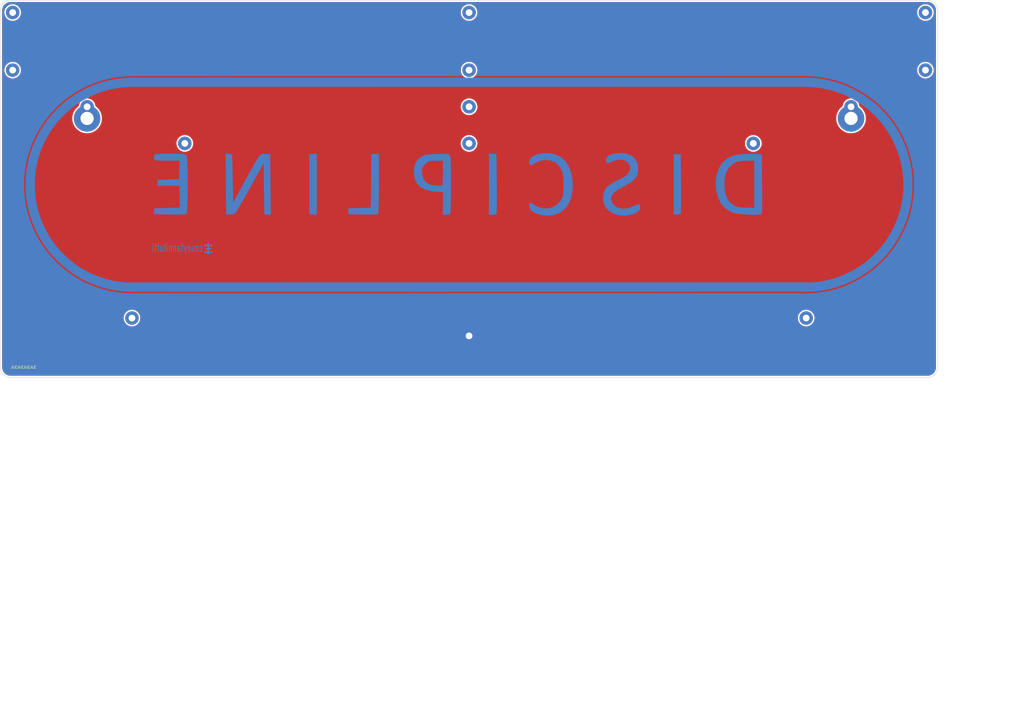
<source format=kicad_pcb>
(kicad_pcb (version 20171130) (host pcbnew 5.1.10-88a1d61d58~90~ubuntu21.04.1)

  (general
    (thickness 1.6)
    (drawings 14)
    (tracks 0)
    (zones 0)
    (modules 20)
    (nets 2)
  )

  (page A3)
  (layers
    (0 F.Cu signal)
    (31 B.Cu signal)
    (32 B.Adhes user)
    (33 F.Adhes user)
    (34 B.Paste user)
    (35 F.Paste user)
    (36 B.SilkS user)
    (37 F.SilkS user)
    (38 B.Mask user)
    (39 F.Mask user)
    (40 Dwgs.User user)
    (41 Cmts.User user)
    (42 Eco1.User user)
    (43 Eco2.User user)
    (44 Edge.Cuts user)
    (45 Margin user)
    (46 B.CrtYd user)
    (47 F.CrtYd user)
    (48 B.Fab user hide)
    (49 F.Fab user hide)
  )

  (setup
    (last_trace_width 0.25)
    (trace_clearance 0.2)
    (zone_clearance 0.508)
    (zone_45_only no)
    (trace_min 0.2)
    (via_size 0.8)
    (via_drill 0.4)
    (via_min_size 0.4)
    (via_min_drill 0.3)
    (uvia_size 0.3)
    (uvia_drill 0.1)
    (uvias_allowed no)
    (uvia_min_size 0.2)
    (uvia_min_drill 0.1)
    (edge_width 0.15)
    (segment_width 0.2)
    (pcb_text_width 0.3)
    (pcb_text_size 1.5 1.5)
    (mod_edge_width 0.15)
    (mod_text_size 1 1)
    (mod_text_width 0.15)
    (pad_size 1.8 1.8)
    (pad_drill 0.9)
    (pad_to_mask_clearance 0.051)
    (solder_mask_min_width 0.25)
    (aux_axis_origin 0 0)
    (visible_elements 7FFFF7FF)
    (pcbplotparams
      (layerselection 0x010fc_ffffffff)
      (usegerberextensions false)
      (usegerberattributes true)
      (usegerberadvancedattributes false)
      (creategerberjobfile false)
      (excludeedgelayer false)
      (linewidth 0.150000)
      (plotframeref false)
      (viasonmask false)
      (mode 1)
      (useauxorigin true)
      (hpglpennumber 1)
      (hpglpenspeed 20)
      (hpglpendiameter 15.000000)
      (psnegative false)
      (psa4output false)
      (plotreference true)
      (plotvalue true)
      (plotinvisibletext false)
      (padsonsilk false)
      (subtractmaskfromsilk false)
      (outputformat 1)
      (mirror false)
      (drillshape 0)
      (scaleselection 1)
      (outputdirectory "../gerber/bottom"))
  )

  (net 0 "")
  (net 1 GND)

  (net_class Default "This is the default net class."
    (clearance 0.2)
    (trace_width 0.25)
    (via_dia 0.8)
    (via_drill 0.4)
    (uvia_dia 0.3)
    (uvia_drill 0.1)
    (add_net GND)
  )

  (module MountingHole:MountingHole_2.2mm_M2_Pad (layer F.Cu) (tedit 5CFB748D) (tstamp 60AF554A)
    (at 212.992504 87.62716)
    (descr "Mounting Hole 2.2mm, M2")
    (tags "mounting hole 2.2mm m2")
    (attr virtual)
    (fp_text reference REF** (at 0 -3.2) (layer Cmts.User)
      (effects (font (size 1 1) (thickness 0.15)))
    )
    (fp_text value MountingHole_2.2mm_M2_Pad (at 0 3.2) (layer F.Fab)
      (effects (font (size 1 1) (thickness 0.15)))
    )
    (fp_circle (center 0 0) (end 2.2 0) (layer Cmts.User) (width 0.15))
    (fp_circle (center 0 0) (end 2.45 0) (layer F.CrtYd) (width 0.05))
    (fp_text user %R (at 0.3 0) (layer F.Fab)
      (effects (font (size 1 1) (thickness 0.15)))
    )
    (pad 1 thru_hole circle (at 0 0) (size 4.4 4.4) (drill 2.2) (layers *.Cu *.Mask))
  )

  (module MountingHole:MountingHole_2.2mm_M2_Pad (layer F.Cu) (tedit 5CFB748D) (tstamp 60AF5526)
    (at 337.232504 87.62716)
    (descr "Mounting Hole 2.2mm, M2")
    (tags "mounting hole 2.2mm m2")
    (attr virtual)
    (fp_text reference REF** (at 0 -3.2) (layer Cmts.User)
      (effects (font (size 1 1) (thickness 0.15)))
    )
    (fp_text value MountingHole_2.2mm_M2_Pad (at 0 3.2) (layer F.Fab)
      (effects (font (size 1 1) (thickness 0.15)))
    )
    (fp_circle (center 0 0) (end 2.2 0) (layer Cmts.User) (width 0.15))
    (fp_circle (center 0 0) (end 2.45 0) (layer F.CrtYd) (width 0.05))
    (fp_text user %R (at 0.3 0) (layer F.Fab)
      (effects (font (size 1 1) (thickness 0.15)))
    )
    (pad 1 thru_hole circle (at 0 0) (size 4.4 4.4) (drill 2.2) (layers *.Cu *.Mask))
  )

  (module MountingHole:MountingHole_2.2mm_M2_Pad (layer F.Cu) (tedit 5CFB748D) (tstamp 60AF54CE)
    (at 88.752504 87.62716)
    (descr "Mounting Hole 2.2mm, M2")
    (tags "mounting hole 2.2mm m2")
    (attr virtual)
    (fp_text reference REF** (at 0 -3.2) (layer Cmts.User)
      (effects (font (size 1 1) (thickness 0.15)))
    )
    (fp_text value MountingHole_2.2mm_M2_Pad (at 0 3.2) (layer F.Fab)
      (effects (font (size 1 1) (thickness 0.15)))
    )
    (fp_circle (center 0 0) (end 2.45 0) (layer F.CrtYd) (width 0.05))
    (fp_circle (center 0 0) (end 2.2 0) (layer Cmts.User) (width 0.15))
    (fp_text user %R (at 0.3 0) (layer F.Fab)
      (effects (font (size 1 1) (thickness 0.15)))
    )
    (pad 1 thru_hole circle (at 0 0) (size 4.4 4.4) (drill 2.2) (layers *.Cu *.Mask))
  )

  (module MountingHole:MountingHole_2.2mm_M2_Pad (layer F.Cu) (tedit 5CFB748D) (tstamp 60AF5475)
    (at 212.992504 75.69716)
    (descr "Mounting Hole 2.2mm, M2")
    (tags "mounting hole 2.2mm m2")
    (attr virtual)
    (fp_text reference REF** (at 0 -3.2) (layer Cmts.User)
      (effects (font (size 1 1) (thickness 0.15)))
    )
    (fp_text value MountingHole_2.2mm_M2_Pad (at 0 3.2) (layer F.Fab)
      (effects (font (size 1 1) (thickness 0.15)))
    )
    (fp_circle (center 0 0) (end 2.45 0) (layer F.CrtYd) (width 0.05))
    (fp_circle (center 0 0) (end 2.2 0) (layer Cmts.User) (width 0.15))
    (fp_text user %R (at 0.3 0) (layer F.Fab)
      (effects (font (size 1 1) (thickness 0.15)))
    )
    (pad 1 thru_hole circle (at 0 0) (size 4.4 4.4) (drill 2.2) (layers *.Cu *.Mask))
  )

  (module MountingHole:MountingHole_2.2mm_M2_Pad (layer F.Cu) (tedit 5CFB723C) (tstamp 60AF5450)
    (at 212.992504 56.94716)
    (descr "Mounting Hole 2.2mm, M2")
    (tags "mounting hole 2.2mm m2")
    (attr virtual)
    (fp_text reference REF** (at 0 -3.2) (layer Cmts.User)
      (effects (font (size 1 1) (thickness 0.15)))
    )
    (fp_text value MountingHole_2.2mm_M2_Pad (at 0 3.2) (layer F.Fab)
      (effects (font (size 1 1) (thickness 0.15)))
    )
    (fp_circle (center 0 0) (end 2.2 0) (layer Cmts.User) (width 0.15))
    (fp_circle (center 0 0) (end 2.45 0) (layer F.CrtYd) (width 0.05))
    (fp_text user %R (at 0.3 0) (layer F.Fab)
      (effects (font (size 1 1) (thickness 0.15)))
    )
    (pad 1 thru_hole circle (at 0 0) (size 4.4 4.4) (drill 2.2) (layers *.Cu *.Mask))
  )

  (module MountingHole:MountingHole_4.3mm_M4_Pad (layer F.Cu) (tedit 5D2BFD56) (tstamp 5D2C0033)
    (at 337.229903 91.409552)
    (descr "Mounting Hole 4.3mm, M4")
    (tags "mounting hole 4.3mm m4")
    (attr virtual)
    (fp_text reference REF** (at 0 -5.3) (layer Cmts.User)
      (effects (font (size 1 1) (thickness 0.15)))
    )
    (fp_text value MountingHole_4.3mm_M4_Pad (at 0 5.3) (layer F.Fab)
      (effects (font (size 1 1) (thickness 0.15)))
    )
    (fp_circle (center 0 0) (end 4.55 0) (layer F.CrtYd) (width 0.05))
    (fp_circle (center 0 0) (end 4.3 0) (layer Cmts.User) (width 0.15))
    (fp_text user %R (at 0.3 0) (layer F.Fab)
      (effects (font (size 1 1) (thickness 0.15)))
    )
    (pad 1 thru_hole circle (at 0 0) (size 8.6 8.6) (drill 4.3) (layers *.Cu *.Mask))
  )

  (module logos:DISCIPLINE_LARGE_COPPER (layer B.Cu) (tedit 5D1D5A92) (tstamp 5D1DEACF)
    (at 209.374879 112.669622 180)
    (fp_text reference G*** (at 0 0 180) (layer B.SilkS) hide
      (effects (font (size 1.524 1.524) (thickness 0.3)) (justify mirror))
    )
    (fp_text value LOGO (at 0.75 0 180) (layer B.SilkS) hide
      (effects (font (size 1.524 1.524) (thickness 0.3)) (justify mirror))
    )
    (fp_line (start -113.4 -33.61) (end 105.92 -33.64) (layer B.Cu) (width 3))
    (fp_line (start -112.95 33.04) (end 106.37 33.01) (layer B.Cu) (width 3))
    (fp_poly (pts (xy 95.57048 9.763321) (xy 96.92399 9.737821) (xy 97.82475 9.681068) (xy 98.372004 9.581402)
      (xy 98.664994 9.427162) (xy 98.802961 9.206687) (xy 98.817491 9.163824) (xy 98.881461 8.375376)
      (xy 98.804596 8.02408) (xy 98.631993 7.797398) (xy 98.248297 7.644102) (xy 97.5463 7.550723)
      (xy 96.418799 7.503794) (xy 94.758589 7.489843) (xy 94.551658 7.489743) (xy 90.503766 7.489743)
      (xy 90.597396 4.477564) (xy 90.691026 1.465384) (xy 97.692308 1.28053) (xy 97.692308 -0.651282)
      (xy 90.528205 -0.651282) (xy 90.528205 -7.795927) (xy 94.680129 -7.887066) (xy 98.832052 -7.978206)
      (xy 98.832052 -9.932052) (xy 93.776232 -10.02136) (xy 91.627205 -10.041561) (xy 90.064923 -10.012754)
      (xy 89.026434 -9.931369) (xy 88.448787 -9.793837) (xy 88.321745 -9.712001) (xy 88.198389 -9.26989)
      (xy 88.095928 -8.27967) (xy 88.014405 -6.844145) (xy 87.953861 -5.06612) (xy 87.914339 -3.048399)
      (xy 87.895881 -0.893786) (xy 87.898531 1.294915) (xy 87.922331 3.414899) (xy 87.967323 5.363362)
      (xy 88.03355 7.037501) (xy 88.121054 8.334509) (xy 88.229878 9.151585) (xy 88.313847 9.378461)
      (xy 88.775208 9.551893) (xy 89.781561 9.673147) (xy 91.367382 9.744743) (xy 93.567151 9.769197)
      (xy 93.664979 9.76923) (xy 95.57048 9.763321)) (layer B.Cu) (width 0.01))
    (fp_poly (pts (xy 75.472114 -0.06042) (xy 75.385898 -9.932052) (xy 74.246154 -10.027955) (xy 73.312991 -9.977909)
      (xy 72.593592 -9.726278) (xy 72.560498 -9.702314) (xy 72.264644 -9.315274) (xy 71.703081 -8.434047)
      (xy 70.921727 -7.136335) (xy 69.9665 -5.49984) (xy 68.883317 -3.602263) (xy 67.718098 -1.521307)
      (xy 67.600222 -1.308628) (xy 63.185859 6.663514) (xy 63.011539 -9.932052) (xy 61.948399 -10.034453)
      (xy 60.88526 -10.136853) (xy 60.971476 -0.265222) (xy 61.057693 9.60641) (xy 62.56799 9.704172)
      (xy 63.573307 9.70975) (xy 64.195474 9.504873) (xy 64.684657 9.013212) (xy 65.005327 8.514598)
      (xy 65.585188 7.531257) (xy 66.374073 6.151583) (xy 67.321816 4.463967) (xy 68.378253 2.556803)
      (xy 69.198718 1.059389) (xy 73.106411 -6.105712) (xy 73.269231 1.750349) (xy 73.432052 9.60641)
      (xy 74.495191 9.708811) (xy 75.558331 9.811212) (xy 75.472114 -0.06042)) (layer B.Cu) (width 0.01))
    (fp_poly (pts (xy 47.136539 9.707478) (xy 48.357693 9.60641) (xy 48.357693 -9.932052) (xy 47.136539 -10.033119)
      (xy 45.915385 -10.134187) (xy 45.915385 9.808545) (xy 47.136539 9.707478)) (layer B.Cu) (width 0.01))
    (fp_poly (pts (xy 26.946795 9.707478) (xy 28.167949 9.60641) (xy 28.341367 -7.794154) (xy 35.657693 -7.978206)
      (xy 35.657693 -9.932052) (xy 30.917108 -10.021809) (xy 29.221399 -10.038911) (xy 27.762152 -10.025277)
      (xy 26.660906 -9.984227) (xy 26.039202 -9.919083) (xy 25.951082 -9.886125) (xy 25.894372 -9.515486)
      (xy 25.842891 -8.575791) (xy 25.798501 -7.149257) (xy 25.763063 -5.318102) (xy 25.738438 -3.164543)
      (xy 25.726487 -0.770797) (xy 25.725641 0.073931) (xy 25.725641 9.808545) (xy 26.946795 9.707478)) (layer B.Cu) (width 0.01))
    (fp_poly (pts (xy 6.944089 9.710031) (xy 8.641153 9.627201) (xy 9.843539 9.5124) (xy 10.707845 9.336891)
      (xy 11.390665 9.071936) (xy 11.860979 8.807708) (xy 13.123628 7.810159) (xy 13.901734 6.610652)
      (xy 14.268526 5.06337) (xy 14.321631 3.907692) (xy 14.085145 1.79771) (xy 13.375522 0.117854)
      (xy 12.178851 -1.144894) (xy 10.481219 -2.003555) (xy 8.268715 -2.471146) (xy 7.43009 -2.541454)
      (xy 4.884616 -2.688809) (xy 4.884616 -10.094872) (xy 3.799146 -10.094872) (xy 2.994514 -10.035296)
      (xy 2.511287 -9.890598) (xy 2.496582 -9.877778) (xy 2.440903 -9.50844) (xy 2.390506 -8.571729)
      (xy 2.347296 -7.151546) (xy 2.313175 -5.331792) (xy 2.290048 -3.196366) (xy 2.279819 -0.82917)
      (xy 2.279488 -0.311241) (xy 2.283846 2.461686) (xy 2.29925 4.652927) (xy 2.32919 6.332035)
      (xy 2.374099 7.489743) (xy 4.884616 7.489743) (xy 4.884616 3.636324) (xy 4.90198 2.112993)
      (xy 4.949223 0.835474) (xy 5.01907 -0.059816) (xy 5.10171 -0.434188) (xy 5.620376 -0.603208)
      (xy 6.552352 -0.639189) (xy 7.674808 -0.548722) (xy 8.764915 -0.338397) (xy 8.816489 -0.324321)
      (xy 10.202246 0.315937) (xy 11.113681 1.362647) (xy 11.590687 2.868294) (xy 11.654398 3.40956)
      (xy 11.710023 4.474986) (xy 11.5919 5.16847) (xy 11.206606 5.76438) (xy 10.655628 6.342834)
      (xy 10.013494 6.944688) (xy 9.452181 7.287998) (xy 8.753635 7.445065) (xy 7.699805 7.488188)
      (xy 7.196667 7.489743) (xy 4.884616 7.489743) (xy 2.374099 7.489743) (xy 2.377157 7.568563)
      (xy 2.446644 8.432063) (xy 2.541142 8.992087) (xy 2.664142 9.318188) (xy 2.769221 9.444645)
      (xy 3.249271 9.634828) (xy 4.169178 9.734377) (xy 5.605744 9.748175) (xy 6.944089 9.710031)) (layer B.Cu) (width 0.01))
    (fp_poly (pts (xy -10.094871 -10.094872) (xy -11.244835 -10.094872) (xy -12.051626 -9.989629) (xy -12.52649 -9.731517)
      (xy -12.55252 -9.683857) (xy -12.589984 -9.263599) (xy -12.618358 -8.277845) (xy -12.637024 -6.812326)
      (xy -12.645361 -4.952773) (xy -12.64275 -2.784919) (xy -12.628572 -0.394493) (xy -12.62371 0.166784)
      (xy -12.537179 9.60641) (xy -11.316025 9.707478) (xy -10.094871 9.808545) (xy -10.094871 -10.094872)) (layer B.Cu) (width 0.01))
    (fp_poly (pts (xy -70.175641 -9.932052) (xy -71.236213 -10.034261) (xy -72.094006 -9.983787) (xy -72.462488 -9.704656)
      (xy -72.502002 -9.278899) (xy -72.532229 -8.287892) (xy -72.55248 -6.817611) (xy -72.562064 -4.954031)
      (xy -72.560293 -2.783128) (xy -72.546477 -0.390878) (xy -72.541659 0.166784) (xy -72.455128 9.60641)
      (xy -70.175641 9.60641) (xy -70.175641 -9.932052)) (layer B.Cu) (width 0.01))
    (fp_poly (pts (xy -92.987598 9.681897) (xy -90.861969 9.441491) (xy -89.100553 8.954512) (xy -87.575163 8.196458)
      (xy -87.50381 8.151647) (xy -85.991571 6.819221) (xy -84.855967 5.027672) (xy -84.12849 2.87019)
      (xy -83.840632 0.43996) (xy -84.02125 -2.153388) (xy -84.642848 -4.627669) (xy -85.654885 -6.605627)
      (xy -87.090678 -8.135578) (xy -88.9 -9.228317) (xy -89.809422 -9.515588) (xy -91.086813 -9.755219)
      (xy -92.594352 -9.940356) (xy -94.19422 -10.064147) (xy -95.748597 -10.119738) (xy -97.119664 -10.100276)
      (xy -98.1696 -9.998908) (xy -98.760587 -9.808781) (xy -98.83267 -9.722221) (xy -98.873917 -9.291818)
      (xy -98.905709 -8.296373) (xy -98.927299 -6.822069) (xy -98.937937 -4.955087) (xy -98.936875 -2.781611)
      (xy -98.923364 -0.387822) (xy -98.918582 0.166784) (xy -98.851455 7.489743) (xy -96.389743 7.489743)
      (xy -96.389743 -7.815385) (xy -93.853615 -7.815385) (xy -92.285565 -7.761405) (xy -91.113982 -7.569077)
      (xy -90.090689 -7.192817) (xy -89.864512 -7.082693) (xy -88.489147 -6.108109) (xy -87.520944 -4.745072)
      (xy -86.926214 -2.929012) (xy -86.690183 -0.99868) (xy -86.701965 1.309567) (xy -87.053419 3.165184)
      (xy -87.77556 4.689041) (xy -88.338743 5.425858) (xy -89.402825 6.427347) (xy -90.591955 7.063591)
      (xy -92.075169 7.396907) (xy -93.936976 7.489743) (xy -96.389743 7.489743) (xy -98.851455 7.489743)
      (xy -98.832051 9.60641) (xy -95.60563 9.700232) (xy -92.987598 9.681897)) (layer B.Cu) (width 0.01))
    (fp_poly (pts (xy -27.519953 9.956917) (xy -25.396835 9.416707) (xy -24.811152 9.1498) (xy -23.768591 8.476872)
      (xy -23.247232 7.716106) (xy -23.120512 6.831046) (xy -23.269853 6.199229) (xy -23.746219 6.061398)
      (xy -24.592129 6.415293) (xy -25.092401 6.726233) (xy -26.470611 7.411467) (xy -28.072978 7.714238)
      (xy -28.278807 7.728795) (xy -30.166391 7.600701) (xy -31.697242 6.938789) (xy -32.926043 5.711769)
      (xy -33.521897 4.728836) (xy -33.906744 3.907906) (xy -34.151866 3.130994) (xy -34.287644 2.213713)
      (xy -34.344456 0.971674) (xy -34.353507 -0.3186) (xy -34.333128 -1.955458) (xy -34.255766 -3.116845)
      (xy -34.09434 -3.977889) (xy -33.821767 -4.713713) (xy -33.60768 -5.141621) (xy -32.505667 -6.574091)
      (xy -31.046747 -7.542132) (xy -29.353052 -8.022547) (xy -27.546718 -7.992141) (xy -25.749876 -7.42772)
      (xy -24.732796 -6.827124) (xy -24.01845 -6.388099) (xy -23.500346 -6.18833) (xy -23.477294 -6.18718)
      (xy -23.1701 -6.44419) (xy -23.115976 -7.07058) (xy -23.284491 -7.849385) (xy -23.645215 -8.563644)
      (xy -23.842052 -8.787871) (xy -25.045705 -9.545905) (xy -26.673485 -10.071595) (xy -28.529171 -10.330935)
      (xy -30.416542 -10.289922) (xy -31.470536 -10.109873) (xy -33.340843 -9.345674) (xy -34.896142 -8.056094)
      (xy -36.103313 -6.302868) (xy -36.929236 -4.147735) (xy -37.34079 -1.65243) (xy -37.330999 0.814102)
      (xy -36.916021 3.332649) (xy -36.106964 5.54716) (xy -34.952299 7.352419) (xy -33.826757 8.420666)
      (xy -31.913072 9.444488) (xy -29.751418 9.961375) (xy -27.519953 9.956917)) (layer B.Cu) (width 0.01))
    (fp_poly (pts (xy -50.95736 9.815372) (xy -49.729807 9.474783) (xy -48.807294 9.03334) (xy -48.386112 8.586122)
      (xy -48.207906 7.744564) (xy -48.275562 7.00813) (xy -48.472349 6.705408) (xy -48.90782 6.735629)
      (xy -49.67271 7.015071) (xy -50.006587 7.174651) (xy -51.581829 7.73969) (xy -53.068843 7.84629)
      (xy -54.358847 7.532994) (xy -55.343055 6.838348) (xy -55.912683 5.800895) (xy -56.010256 5.047436)
      (xy -55.776965 3.922045) (xy -55.040141 2.932977) (xy -53.74436 2.022313) (xy -52.553264 1.434871)
      (xy -50.286945 0.278407) (xy -48.657955 -0.903281) (xy -47.826408 -1.851626) (xy -47.405505 -2.928694)
      (xy -47.228894 -4.334429) (xy -47.303491 -5.791015) (xy -47.636214 -7.020636) (xy -47.694714 -7.141485)
      (xy -48.785643 -8.57355) (xy -50.317636 -9.617074) (xy -52.18297 -10.234241) (xy -54.273927 -10.38723)
      (xy -56.173077 -10.118086) (xy -57.335977 -9.733832) (xy -58.354837 -9.220129) (xy -58.991176 -8.699046)
      (xy -59.017449 -8.662148) (xy -59.229994 -8.009039) (xy -59.223793 -7.249836) (xy -59.008306 -6.724204)
      (xy -58.962482 -6.688903) (xy -58.51698 -6.715984) (xy -57.735008 -6.999255) (xy -57.299177 -7.20932)
      (xy -55.561938 -7.878519) (xy -53.889749 -8.097646) (xy -52.382191 -7.899456) (xy -51.138843 -7.316699)
      (xy -50.259286 -6.38213) (xy -49.843099 -5.128499) (xy -49.823077 -4.750388) (xy -50.037398 -3.860573)
      (xy -50.715494 -2.971159) (xy -51.910064 -2.033112) (xy -53.673804 -0.997396) (xy -54.092334 -0.777912)
      (xy -55.926999 0.257165) (xy -57.214713 1.224379) (xy -58.037351 2.22543) (xy -58.476784 3.362015)
      (xy -58.614886 4.735831) (xy -58.615384 4.840361) (xy -58.3593 6.706866) (xy -57.594719 8.167745)
      (xy -56.327149 9.217333) (xy -54.562098 9.849965) (xy -53.601982 9.997625) (xy -52.308553 10.006016)
      (xy -50.95736 9.815372)) (layer B.Cu) (width 0.01))
    (fp_arc (start -113.02 -0.34) (end -113.02 33.01) (angle 180) (layer B.Cu) (width 3))
    (fp_arc (start 105.79 -0.34) (end 105.79 -33.69) (angle 180) (layer B.Cu) (width 3))
  )

  (module MountingHole:MountingHole_2.2mm_M2_Pad (layer F.Cu) (tedit 5D1D6293) (tstamp 5CE4673E)
    (at 212.989879 162.20574)
    (descr "Mounting Hole 2.2mm, M2")
    (tags "mounting hole 2.2mm m2")
    (path /5D1D6221)
    (zone_connect 2)
    (attr virtual)
    (fp_text reference H1 (at 0 -3.2) (layer Cmts.User)
      (effects (font (size 1 1) (thickness 0.15)))
    )
    (fp_text value MountingHole_Pad (at 0 3.2) (layer F.Fab)
      (effects (font (size 1 1) (thickness 0.15)))
    )
    (fp_circle (center 0 0) (end 2.2 0) (layer Cmts.User) (width 0.15))
    (fp_circle (center 0 0) (end 2.45 0) (layer F.CrtYd) (width 0.05))
    (fp_text user %R (at 0.3 0) (layer F.Fab)
      (effects (font (size 1 1) (thickness 0.15)))
    )
    (pad 1 thru_hole circle (at 0 0) (size 4.4 4.4) (drill 2.2) (layers *.Cu *.Mask)
      (net 1 GND) (zone_connect 2))
  )

  (module MountingHole:MountingHole_2.2mm_M2_Pad (layer F.Cu) (tedit 5CDB4E01) (tstamp 5CDAF84F)
    (at 212.989879 99.550624)
    (descr "Mounting Hole 2.2mm, M2")
    (tags "mounting hole 2.2mm m2")
    (attr virtual)
    (fp_text reference REF** (at 0 -3.2) (layer Cmts.User)
      (effects (font (size 1 1) (thickness 0.15)))
    )
    (fp_text value MountingHole_2.2mm_M2_Pad (at 0 3.2) (layer F.Fab)
      (effects (font (size 1 1) (thickness 0.15)))
    )
    (fp_circle (center 0 0) (end 2.2 0) (layer Cmts.User) (width 0.15))
    (fp_circle (center 0 0) (end 2.45 0) (layer F.CrtYd) (width 0.05))
    (fp_text user %R (at 0.3 0) (layer F.Fab)
      (effects (font (size 1 1) (thickness 0.15)))
    )
    (pad 1 thru_hole circle (at 0 0) (size 4.4 4.4) (drill 2.2) (layers *.Cu *.Mask))
  )

  (module MountingHole:MountingHole_2.2mm_M2_Pad (layer F.Cu) (tedit 5CDB4E15) (tstamp 5CDAF7F1)
    (at 305.448502 99.550624)
    (descr "Mounting Hole 2.2mm, M2")
    (tags "mounting hole 2.2mm m2")
    (attr virtual)
    (fp_text reference REF** (at 0 -3.2) (layer Cmts.User)
      (effects (font (size 1 1) (thickness 0.15)))
    )
    (fp_text value MountingHole_2.2mm_M2_Pad (at 0 3.2) (layer F.Fab)
      (effects (font (size 1 1) (thickness 0.15)))
    )
    (fp_circle (center 0 0) (end 2.45 0) (layer F.CrtYd) (width 0.05))
    (fp_circle (center 0 0) (end 2.2 0) (layer Cmts.User) (width 0.15))
    (fp_text user %R (at 0.3 0) (layer F.Fab)
      (effects (font (size 1 1) (thickness 0.15)))
    )
    (pad 1 thru_hole circle (at 0 0) (size 4.4 4.4) (drill 2.2) (layers *.Cu *.Mask))
  )

  (module MountingHole:MountingHole_2.2mm_M2_Pad (layer F.Cu) (tedit 5CDB4DEE) (tstamp 5CDAF77A)
    (at 120.531257 99.550624)
    (descr "Mounting Hole 2.2mm, M2")
    (tags "mounting hole 2.2mm m2")
    (attr virtual)
    (fp_text reference REF** (at 0 -3.2) (layer Cmts.User)
      (effects (font (size 1 1) (thickness 0.15)))
    )
    (fp_text value MountingHole_2.2mm_M2_Pad (at 0 3.2) (layer F.Fab)
      (effects (font (size 1 1) (thickness 0.15)))
    )
    (fp_circle (center 0 0) (end 2.2 0) (layer Cmts.User) (width 0.15))
    (fp_circle (center 0 0) (end 2.45 0) (layer F.CrtYd) (width 0.05))
    (fp_text user %R (at 0.3 0) (layer F.Fab)
      (effects (font (size 1 1) (thickness 0.15)))
    )
    (pad 1 thru_hole circle (at 0 0) (size 4.4 4.4) (drill 2.2) (layers *.Cu *.Mask))
  )

  (module MountingHole:MountingHole_2.2mm_M2_Pad (layer F.Cu) (tedit 5CDB4E19) (tstamp 5CDAF07E)
    (at 322.637337 156.39459)
    (descr "Mounting Hole 2.2mm, M2")
    (tags "mounting hole 2.2mm m2")
    (attr virtual)
    (fp_text reference REF** (at 0 -3.2) (layer Cmts.User)
      (effects (font (size 1 1) (thickness 0.15)))
    )
    (fp_text value MountingHole_2.2mm_M2_Pad (at 0 3.2) (layer F.Fab)
      (effects (font (size 1 1) (thickness 0.15)))
    )
    (fp_circle (center 0 0) (end 2.2 0) (layer Cmts.User) (width 0.15))
    (fp_circle (center 0 0) (end 2.45 0) (layer F.CrtYd) (width 0.05))
    (fp_text user %R (at 0.3 0) (layer F.Fab)
      (effects (font (size 1 1) (thickness 0.15)))
    )
    (pad 1 thru_hole circle (at 0 0) (size 4.4 4.4) (drill 2.2) (layers *.Cu *.Mask))
  )

  (module MountingHole:MountingHole_2.2mm_M2_Pad (layer F.Cu) (tedit 5CDB4DF3) (tstamp 5CDAF070)
    (at 103.342422 156.39459)
    (descr "Mounting Hole 2.2mm, M2")
    (tags "mounting hole 2.2mm m2")
    (attr virtual)
    (fp_text reference REF** (at 0 -3.2) (layer Cmts.User)
      (effects (font (size 1 1) (thickness 0.15)))
    )
    (fp_text value MountingHole_2.2mm_M2_Pad (at 0 3.2) (layer F.Fab)
      (effects (font (size 1 1) (thickness 0.15)))
    )
    (fp_circle (center 0 0) (end 2.45 0) (layer F.CrtYd) (width 0.05))
    (fp_circle (center 0 0) (end 2.2 0) (layer Cmts.User) (width 0.15))
    (fp_text user %R (at 0.3 0) (layer F.Fab)
      (effects (font (size 1 1) (thickness 0.15)))
    )
    (pad 1 thru_hole circle (at 0 0) (size 4.4 4.4) (drill 2.2) (layers *.Cu *.Mask))
  )

  (module MountingHole:MountingHole_2.2mm_M2_Pad (layer F.Cu) (tedit 5CDB4E0D) (tstamp 5CDAEF92)
    (at 361.437255 75.69716 90)
    (descr "Mounting Hole 2.2mm, M2")
    (tags "mounting hole 2.2mm m2")
    (attr virtual)
    (fp_text reference REF** (at 0 -3.2 90) (layer Cmts.User)
      (effects (font (size 1 1) (thickness 0.15)))
    )
    (fp_text value MountingHole_2.2mm_M2_Pad (at 0 3.2 90) (layer F.Fab)
      (effects (font (size 1 1) (thickness 0.15)))
    )
    (fp_circle (center 0 0) (end 2.45 0) (layer F.CrtYd) (width 0.05))
    (fp_circle (center 0 0) (end 2.2 0) (layer Cmts.User) (width 0.15))
    (fp_text user %R (at 0.3 0 90) (layer F.Fab)
      (effects (font (size 1 1) (thickness 0.15)))
    )
    (pad 1 thru_hole circle (at 0 0 90) (size 4.4 4.4) (drill 2.2) (layers *.Cu *.Mask))
  )

  (module MountingHole:MountingHole_2.2mm_M2_Pad (layer F.Cu) (tedit 5CDB4E08) (tstamp 5CDAEF40)
    (at 361.437255 56.94716)
    (descr "Mounting Hole 2.2mm, M2")
    (tags "mounting hole 2.2mm m2")
    (attr virtual)
    (fp_text reference REF** (at 0 -3.2) (layer Cmts.User)
      (effects (font (size 1 1) (thickness 0.15)))
    )
    (fp_text value MountingHole_2.2mm_M2_Pad (at 0 3.2) (layer F.Fab)
      (effects (font (size 1 1) (thickness 0.15)))
    )
    (fp_circle (center 0 0) (end 2.2 0) (layer Cmts.User) (width 0.15))
    (fp_circle (center 0 0) (end 2.45 0) (layer F.CrtYd) (width 0.05))
    (fp_text user %R (at 0.3 0) (layer F.Fab)
      (effects (font (size 1 1) (thickness 0.15)))
    )
    (pad 1 thru_hole circle (at 0 0) (size 4.4 4.4) (drill 2.2) (layers *.Cu *.Mask))
  )

  (module MountingHole:MountingHole_2.2mm_M2_Pad (layer F.Cu) (tedit 5CFB723C) (tstamp 5CDAE1E4)
    (at 64.542504 56.94716)
    (descr "Mounting Hole 2.2mm, M2")
    (tags "mounting hole 2.2mm m2")
    (attr virtual)
    (fp_text reference REF** (at 0 -3.2) (layer Cmts.User)
      (effects (font (size 1 1) (thickness 0.15)))
    )
    (fp_text value MountingHole_2.2mm_M2_Pad (at 0 3.2) (layer F.Fab)
      (effects (font (size 1 1) (thickness 0.15)))
    )
    (fp_circle (center 0 0) (end 2.45 0) (layer F.CrtYd) (width 0.05))
    (fp_circle (center 0 0) (end 2.2 0) (layer Cmts.User) (width 0.15))
    (fp_text user %R (at 0.3 0) (layer F.Fab)
      (effects (font (size 1 1) (thickness 0.15)))
    )
    (pad 1 thru_hole circle (at 0 0) (size 4.4 4.4) (drill 2.2) (layers *.Cu *.Mask))
  )

  (module MountingHole:MountingHole_2.2mm_M2_Pad (layer F.Cu) (tedit 5CFB748D) (tstamp 5CDAE1D6)
    (at 64.542504 75.69716)
    (descr "Mounting Hole 2.2mm, M2")
    (tags "mounting hole 2.2mm m2")
    (attr virtual)
    (fp_text reference REF** (at 0 -3.2) (layer Cmts.User)
      (effects (font (size 1 1) (thickness 0.15)))
    )
    (fp_text value MountingHole_2.2mm_M2_Pad (at 0 3.2) (layer F.Fab)
      (effects (font (size 1 1) (thickness 0.15)))
    )
    (fp_circle (center 0 0) (end 2.2 0) (layer Cmts.User) (width 0.15))
    (fp_circle (center 0 0) (end 2.45 0) (layer F.CrtYd) (width 0.05))
    (fp_text user %R (at 0.3 0) (layer F.Fab)
      (effects (font (size 1 1) (thickness 0.15)))
    )
    (pad 1 thru_hole circle (at 0 0) (size 4.4 4.4) (drill 2.2) (layers *.Cu *.Mask))
  )

  (module "logos:TOPY 4MM COPPER" (layer B.Cu) (tedit 5CDE2DB2) (tstamp 5D1E7ACF)
    (at 128.155352 133.842202)
    (fp_text reference G*** (at 0 0) (layer B.SilkS) hide
      (effects (font (size 1.524 1.524) (thickness 0.3)) (justify mirror))
    )
    (fp_text value LOGO (at 0.75 0) (layer B.SilkS) hide
      (effects (font (size 1.524 1.524) (thickness 0.3)) (justify mirror))
    )
    (fp_poly (pts (xy 0.220134 1.320919) (xy 0.789517 1.318742) (xy 1.3589 1.316566) (xy 1.3589 0.910166)
      (xy 0.220134 0.905814) (xy 0.220134 0.245533) (xy 0.939801 0.245533) (xy 0.939801 -0.186267)
      (xy 0.220134 -0.186267) (xy 0.220134 -0.863481) (xy 0.789517 -0.865658) (xy 1.3589 -0.867834)
      (xy 1.361163 -1.081617) (xy 1.363425 -1.2954) (xy 0.220134 -1.2954) (xy 0.220134 -1.913467)
      (xy -0.220133 -1.913467) (xy -0.220133 -1.2954) (xy -1.354666 -1.2954) (xy -1.354666 -0.863601)
      (xy -0.220133 -0.863601) (xy -0.220133 -0.186267) (xy -0.931333 -0.186267) (xy -0.931333 0.245533)
      (xy -0.220133 0.245533) (xy -0.220133 0.905933) (xy -1.354666 0.905933) (xy -1.354666 1.320799)
      (xy -0.220352 1.320799) (xy -0.2159 1.909233) (xy 0.002117 1.911492) (xy 0.220134 1.913752)
      (xy 0.220134 1.320919)) (layer B.Cu) (width 0.01))
  )

  (module "logos:TOPY 4MM MASK" (layer B.Cu) (tedit 0) (tstamp 5D1E7AE0)
    (at 128.155352 133.842202)
    (fp_text reference G*** (at 0 0) (layer B.SilkS) hide
      (effects (font (size 1.524 1.524) (thickness 0.3)) (justify mirror))
    )
    (fp_text value LOGO (at 0.75 0) (layer B.SilkS) hide
      (effects (font (size 1.524 1.524) (thickness 0.3)) (justify mirror))
    )
    (fp_poly (pts (xy 0.220134 1.320919) (xy 0.789517 1.318742) (xy 1.3589 1.316566) (xy 1.3589 0.910166)
      (xy 0.220134 0.905814) (xy 0.220134 0.245533) (xy 0.939801 0.245533) (xy 0.939801 -0.186267)
      (xy 0.220134 -0.186267) (xy 0.220134 -0.863481) (xy 0.789517 -0.865658) (xy 1.3589 -0.867834)
      (xy 1.361163 -1.081617) (xy 1.363425 -1.2954) (xy 0.220134 -1.2954) (xy 0.220134 -1.913467)
      (xy -0.220133 -1.913467) (xy -0.220133 -1.2954) (xy -1.354666 -1.2954) (xy -1.354666 -0.863601)
      (xy -0.220133 -0.863601) (xy -0.220133 -0.186267) (xy -0.931333 -0.186267) (xy -0.931333 0.245533)
      (xy -0.220133 0.245533) (xy -0.220133 0.905933) (xy -1.354666 0.905933) (xy -1.354666 1.320799)
      (xy -0.220352 1.320799) (xy -0.2159 1.909233) (xy 0.002117 1.911492) (xy 0.220134 1.913752)
      (xy 0.220134 1.320919)) (layer B.Mask) (width 0.01))
  )

  (module MountingHole:MountingHole_4.3mm_M4_Pad (layer F.Cu) (tedit 5D2BFD4F) (tstamp 5D2C0022)
    (at 88.749856 91.409552)
    (descr "Mounting Hole 4.3mm, M4")
    (tags "mounting hole 4.3mm m4")
    (attr virtual)
    (fp_text reference REF** (at 0 -5.3) (layer Cmts.User)
      (effects (font (size 1 1) (thickness 0.15)))
    )
    (fp_text value MountingHole_4.3mm_M4_Pad (at 0 5.3) (layer F.Fab)
      (effects (font (size 1 1) (thickness 0.15)))
    )
    (fp_circle (center 0 0) (end 4.3 0) (layer Cmts.User) (width 0.15))
    (fp_circle (center 0 0) (end 4.55 0) (layer F.CrtYd) (width 0.05))
    (fp_text user %R (at 0.3 0) (layer F.Fab)
      (effects (font (size 1 1) (thickness 0.15)))
    )
    (pad 1 thru_hole circle (at 0 0) (size 8.6 8.6) (drill 4.3) (layers *.Cu *.Mask))
  )

  (gr_text JLCJLCJLCJLC (at 63.881 172.3644) (layer F.SilkS)
    (effects (font (size 0.8 0.8) (thickness 0.14)) (justify left))
  )
  (gr_text coseyfannitutti (at 118.1115 133.50974) (layer B.Mask) (tstamp 5D1E7AE5)
    (effects (font (size 2.5 1.5) (thickness 0.2)) (justify mirror))
  )
  (gr_text coseyfannitutti (at 118.1115 133.50974) (layer B.Cu)
    (effects (font (size 2.5 1.5) (thickness 0.2)) (justify mirror))
  )
  (gr_text 7/2/2019 (at 335.646636 280.020494) (layer Cmts.User)
    (effects (font (size 1.5 1.5) (thickness 0.3)))
  )
  (gr_text 1 (at 392.497638 280.037992) (layer Cmts.User)
    (effects (font (size 1.5 1.5) (thickness 0.3)))
  )
  (gr_text "DISCIPLINE - 65% keyboard made with only through hole components" (at 341.980912 260.755196) (layer Cmts.User)
    (effects (font (size 1.5 1.5) (thickness 0.3)))
  )
  (gr_line (start 362.129784 175.749849) (end 63.852975 175.749849) (layer Edge.Cuts) (width 0.15))
  (gr_line (start 365.436843 56.249439) (end 365.436843 172.44279) (layer Edge.Cuts) (width 0.15))
  (gr_line (start 63.849975 52.94238) (end 362.129784 52.94238) (layer Edge.Cuts) (width 0.15))
  (gr_line (start 60.542916 172.445789) (end 60.542916 56.249439) (layer Edge.Cuts) (width 0.15))
  (gr_arc (start 362.129784 56.249439) (end 365.436843 56.249439) (angle -90) (layer Edge.Cuts) (width 0.15) (tstamp 5CEDC3AF))
  (gr_arc (start 362.129784 172.44279) (end 362.129784 175.749849) (angle -90) (layer Edge.Cuts) (width 0.15) (tstamp 5CEDC3AD))
  (gr_arc (start 63.849975 172.442789) (end 60.542916 172.445789) (angle -90) (layer Edge.Cuts) (width 0.15) (tstamp 5CEDC3AB))
  (gr_arc (start 63.849975 56.249439) (end 63.849975 52.94238) (angle -90) (layer Edge.Cuts) (width 0.15))

  (zone (net 1) (net_name GND) (layer F.Cu) (tstamp 61296F7F) (hatch edge 0.508)
    (connect_pads (clearance 0.508))
    (min_thickness 0.254)
    (fill yes (arc_segments 16) (thermal_gap 0.508) (thermal_bridge_width 0.508))
    (polygon
      (pts
        (xy 60.525582 52.93145) (xy 365.44573 53.036438) (xy 365.428232 175.76741) (xy 60.438092 175.732414)
      )
    )
    (filled_polygon
      (pts
        (xy 362.633557 53.705179) (xy 363.118151 53.851488) (xy 363.565092 54.089129) (xy 363.957361 54.409057) (xy 364.280023 54.79909)
        (xy 364.520777 55.244355) (xy 364.670463 55.72791) (xy 364.726843 56.264336) (xy 364.726844 172.408051) (xy 364.674044 172.946563)
        (xy 364.527735 173.431157) (xy 364.290095 173.878095) (xy 363.970165 174.270368) (xy 363.580136 174.593028) (xy 363.13487 174.833783)
        (xy 362.651311 174.983469) (xy 362.114887 175.039849) (xy 63.887388 175.039849) (xy 63.348507 174.987505) (xy 62.863784 174.841637)
        (xy 62.416628 174.604401) (xy 62.024067 174.284828) (xy 61.701053 173.895092) (xy 61.459893 173.450041) (xy 61.309768 172.96662)
        (xy 61.252916 172.430382) (xy 61.252916 156.115367) (xy 100.507422 156.115367) (xy 100.507422 156.673813) (xy 100.61637 157.221529)
        (xy 100.830078 157.737466) (xy 101.140334 158.201797) (xy 101.535215 158.596678) (xy 101.999546 158.906934) (xy 102.515483 159.120642)
        (xy 103.063199 159.22959) (xy 103.621645 159.22959) (xy 104.169361 159.120642) (xy 104.685298 158.906934) (xy 105.149629 158.596678)
        (xy 105.54451 158.201797) (xy 105.854766 157.737466) (xy 106.068474 157.221529) (xy 106.177422 156.673813) (xy 106.177422 156.115367)
        (xy 319.802337 156.115367) (xy 319.802337 156.673813) (xy 319.911285 157.221529) (xy 320.124993 157.737466) (xy 320.435249 158.201797)
        (xy 320.83013 158.596678) (xy 321.294461 158.906934) (xy 321.810398 159.120642) (xy 322.358114 159.22959) (xy 322.91656 159.22959)
        (xy 323.464276 159.120642) (xy 323.980213 158.906934) (xy 324.444544 158.596678) (xy 324.839425 158.201797) (xy 325.149681 157.737466)
        (xy 325.363389 157.221529) (xy 325.472337 156.673813) (xy 325.472337 156.115367) (xy 325.363389 155.567651) (xy 325.149681 155.051714)
        (xy 324.839425 154.587383) (xy 324.444544 154.192502) (xy 323.980213 153.882246) (xy 323.464276 153.668538) (xy 322.91656 153.55959)
        (xy 322.358114 153.55959) (xy 321.810398 153.668538) (xy 321.294461 153.882246) (xy 320.83013 154.192502) (xy 320.435249 154.587383)
        (xy 320.124993 155.051714) (xy 319.911285 155.567651) (xy 319.802337 156.115367) (xy 106.177422 156.115367) (xy 106.068474 155.567651)
        (xy 105.854766 155.051714) (xy 105.54451 154.587383) (xy 105.149629 154.192502) (xy 104.685298 153.882246) (xy 104.169361 153.668538)
        (xy 103.621645 153.55959) (xy 103.063199 153.55959) (xy 102.515483 153.668538) (xy 101.999546 153.882246) (xy 101.535215 154.192502)
        (xy 101.140334 154.587383) (xy 100.830078 155.051714) (xy 100.61637 155.567651) (xy 100.507422 156.115367) (xy 61.252916 156.115367)
        (xy 61.252916 99.271401) (xy 117.696257 99.271401) (xy 117.696257 99.829847) (xy 117.805205 100.377563) (xy 118.018913 100.8935)
        (xy 118.329169 101.357831) (xy 118.72405 101.752712) (xy 119.188381 102.062968) (xy 119.704318 102.276676) (xy 120.252034 102.385624)
        (xy 120.81048 102.385624) (xy 121.358196 102.276676) (xy 121.874133 102.062968) (xy 122.338464 101.752712) (xy 122.733345 101.357831)
        (xy 123.043601 100.8935) (xy 123.257309 100.377563) (xy 123.366257 99.829847) (xy 123.366257 99.271401) (xy 210.154879 99.271401)
        (xy 210.154879 99.829847) (xy 210.263827 100.377563) (xy 210.477535 100.8935) (xy 210.787791 101.357831) (xy 211.182672 101.752712)
        (xy 211.647003 102.062968) (xy 212.16294 102.276676) (xy 212.710656 102.385624) (xy 213.269102 102.385624) (xy 213.816818 102.276676)
        (xy 214.332755 102.062968) (xy 214.797086 101.752712) (xy 215.191967 101.357831) (xy 215.502223 100.8935) (xy 215.715931 100.377563)
        (xy 215.824879 99.829847) (xy 215.824879 99.271401) (xy 302.613502 99.271401) (xy 302.613502 99.829847) (xy 302.72245 100.377563)
        (xy 302.936158 100.8935) (xy 303.246414 101.357831) (xy 303.641295 101.752712) (xy 304.105626 102.062968) (xy 304.621563 102.276676)
        (xy 305.169279 102.385624) (xy 305.727725 102.385624) (xy 306.275441 102.276676) (xy 306.791378 102.062968) (xy 307.255709 101.752712)
        (xy 307.65059 101.357831) (xy 307.960846 100.8935) (xy 308.174554 100.377563) (xy 308.283502 99.829847) (xy 308.283502 99.271401)
        (xy 308.174554 98.723685) (xy 307.960846 98.207748) (xy 307.65059 97.743417) (xy 307.255709 97.348536) (xy 306.791378 97.03828)
        (xy 306.275441 96.824572) (xy 305.727725 96.715624) (xy 305.169279 96.715624) (xy 304.621563 96.824572) (xy 304.105626 97.03828)
        (xy 303.641295 97.348536) (xy 303.246414 97.743417) (xy 302.936158 98.207748) (xy 302.72245 98.723685) (xy 302.613502 99.271401)
        (xy 215.824879 99.271401) (xy 215.715931 98.723685) (xy 215.502223 98.207748) (xy 215.191967 97.743417) (xy 214.797086 97.348536)
        (xy 214.332755 97.03828) (xy 213.816818 96.824572) (xy 213.269102 96.715624) (xy 212.710656 96.715624) (xy 212.16294 96.824572)
        (xy 211.647003 97.03828) (xy 211.182672 97.348536) (xy 210.787791 97.743417) (xy 210.477535 98.207748) (xy 210.263827 98.723685)
        (xy 210.154879 99.271401) (xy 123.366257 99.271401) (xy 123.257309 98.723685) (xy 123.043601 98.207748) (xy 122.733345 97.743417)
        (xy 122.338464 97.348536) (xy 121.874133 97.03828) (xy 121.358196 96.824572) (xy 120.81048 96.715624) (xy 120.252034 96.715624)
        (xy 119.704318 96.824572) (xy 119.188381 97.03828) (xy 118.72405 97.348536) (xy 118.329169 97.743417) (xy 118.018913 98.207748)
        (xy 117.805205 98.723685) (xy 117.696257 99.271401) (xy 61.252916 99.271401) (xy 61.252916 90.923497) (xy 83.814856 90.923497)
        (xy 83.814856 91.895607) (xy 84.004506 92.849038) (xy 84.376516 93.747151) (xy 84.916591 94.555431) (xy 85.603977 95.242817)
        (xy 86.412257 95.782892) (xy 87.31037 96.154902) (xy 88.263801 96.344552) (xy 89.235911 96.344552) (xy 90.189342 96.154902)
        (xy 91.087455 95.782892) (xy 91.895735 95.242817) (xy 92.583121 94.555431) (xy 93.123196 93.747151) (xy 93.495206 92.849038)
        (xy 93.684856 91.895607) (xy 93.684856 90.923497) (xy 332.294903 90.923497) (xy 332.294903 91.895607) (xy 332.484553 92.849038)
        (xy 332.856563 93.747151) (xy 333.396638 94.555431) (xy 334.084024 95.242817) (xy 334.892304 95.782892) (xy 335.790417 96.154902)
        (xy 336.743848 96.344552) (xy 337.715958 96.344552) (xy 338.669389 96.154902) (xy 339.567502 95.782892) (xy 340.375782 95.242817)
        (xy 341.063168 94.555431) (xy 341.603243 93.747151) (xy 341.975253 92.849038) (xy 342.164903 91.895607) (xy 342.164903 90.923497)
        (xy 341.975253 89.970066) (xy 341.603243 89.071953) (xy 341.063168 88.263673) (xy 340.375782 87.576287) (xy 340.067504 87.370302)
        (xy 340.067504 87.347937) (xy 339.958556 86.800221) (xy 339.744848 86.284284) (xy 339.434592 85.819953) (xy 339.039711 85.425072)
        (xy 338.57538 85.114816) (xy 338.059443 84.901108) (xy 337.511727 84.79216) (xy 336.953281 84.79216) (xy 336.405565 84.901108)
        (xy 335.889628 85.114816) (xy 335.425297 85.425072) (xy 335.030416 85.819953) (xy 334.72016 86.284284) (xy 334.506452 86.800221)
        (xy 334.397504 87.347937) (xy 334.397504 87.366827) (xy 334.084024 87.576287) (xy 333.396638 88.263673) (xy 332.856563 89.071953)
        (xy 332.484553 89.970066) (xy 332.294903 90.923497) (xy 93.684856 90.923497) (xy 93.495206 89.970066) (xy 93.123196 89.071953)
        (xy 92.583121 88.263673) (xy 91.895735 87.576287) (xy 91.587504 87.370334) (xy 91.587504 87.347937) (xy 210.157504 87.347937)
        (xy 210.157504 87.906383) (xy 210.266452 88.454099) (xy 210.48016 88.970036) (xy 210.790416 89.434367) (xy 211.185297 89.829248)
        (xy 211.649628 90.139504) (xy 212.165565 90.353212) (xy 212.713281 90.46216) (xy 213.271727 90.46216) (xy 213.819443 90.353212)
        (xy 214.33538 90.139504) (xy 214.799711 89.829248) (xy 215.194592 89.434367) (xy 215.504848 88.970036) (xy 215.718556 88.454099)
        (xy 215.827504 87.906383) (xy 215.827504 87.347937) (xy 215.718556 86.800221) (xy 215.504848 86.284284) (xy 215.194592 85.819953)
        (xy 214.799711 85.425072) (xy 214.33538 85.114816) (xy 213.819443 84.901108) (xy 213.271727 84.79216) (xy 212.713281 84.79216)
        (xy 212.165565 84.901108) (xy 211.649628 85.114816) (xy 211.185297 85.425072) (xy 210.790416 85.819953) (xy 210.48016 86.284284)
        (xy 210.266452 86.800221) (xy 210.157504 87.347937) (xy 91.587504 87.347937) (xy 91.478556 86.800221) (xy 91.264848 86.284284)
        (xy 90.954592 85.819953) (xy 90.559711 85.425072) (xy 90.09538 85.114816) (xy 89.579443 84.901108) (xy 89.031727 84.79216)
        (xy 88.473281 84.79216) (xy 87.925565 84.901108) (xy 87.409628 85.114816) (xy 86.945297 85.425072) (xy 86.550416 85.819953)
        (xy 86.24016 86.284284) (xy 86.026452 86.800221) (xy 85.917504 87.347937) (xy 85.917504 87.366795) (xy 85.603977 87.576287)
        (xy 84.916591 88.263673) (xy 84.376516 89.071953) (xy 84.004506 89.970066) (xy 83.814856 90.923497) (xy 61.252916 90.923497)
        (xy 61.252916 75.417937) (xy 61.707504 75.417937) (xy 61.707504 75.976383) (xy 61.816452 76.524099) (xy 62.03016 77.040036)
        (xy 62.340416 77.504367) (xy 62.735297 77.899248) (xy 63.199628 78.209504) (xy 63.715565 78.423212) (xy 64.263281 78.53216)
        (xy 64.821727 78.53216) (xy 65.369443 78.423212) (xy 65.88538 78.209504) (xy 66.349711 77.899248) (xy 66.744592 77.504367)
        (xy 67.054848 77.040036) (xy 67.268556 76.524099) (xy 67.377504 75.976383) (xy 67.377504 75.417937) (xy 210.157504 75.417937)
        (xy 210.157504 75.976383) (xy 210.266452 76.524099) (xy 210.48016 77.040036) (xy 210.790416 77.504367) (xy 211.185297 77.899248)
        (xy 211.649628 78.209504) (xy 212.165565 78.423212) (xy 212.713281 78.53216) (xy 213.271727 78.53216) (xy 213.819443 78.423212)
        (xy 214.33538 78.209504) (xy 214.799711 77.899248) (xy 215.194592 77.504367) (xy 215.504848 77.040036) (xy 215.718556 76.524099)
        (xy 215.827504 75.976383) (xy 215.827504 75.417937) (xy 358.602255 75.417937) (xy 358.602255 75.976383) (xy 358.711203 76.524099)
        (xy 358.924911 77.040036) (xy 359.235167 77.504367) (xy 359.630048 77.899248) (xy 360.094379 78.209504) (xy 360.610316 78.423212)
        (xy 361.158032 78.53216) (xy 361.716478 78.53216) (xy 362.264194 78.423212) (xy 362.780131 78.209504) (xy 363.244462 77.899248)
        (xy 363.639343 77.504367) (xy 363.949599 77.040036) (xy 364.163307 76.524099) (xy 364.272255 75.976383) (xy 364.272255 75.417937)
        (xy 364.163307 74.870221) (xy 363.949599 74.354284) (xy 363.639343 73.889953) (xy 363.244462 73.495072) (xy 362.780131 73.184816)
        (xy 362.264194 72.971108) (xy 361.716478 72.86216) (xy 361.158032 72.86216) (xy 360.610316 72.971108) (xy 360.094379 73.184816)
        (xy 359.630048 73.495072) (xy 359.235167 73.889953) (xy 358.924911 74.354284) (xy 358.711203 74.870221) (xy 358.602255 75.417937)
        (xy 215.827504 75.417937) (xy 215.718556 74.870221) (xy 215.504848 74.354284) (xy 215.194592 73.889953) (xy 214.799711 73.495072)
        (xy 214.33538 73.184816) (xy 213.819443 72.971108) (xy 213.271727 72.86216) (xy 212.713281 72.86216) (xy 212.165565 72.971108)
        (xy 211.649628 73.184816) (xy 211.185297 73.495072) (xy 210.790416 73.889953) (xy 210.48016 74.354284) (xy 210.266452 74.870221)
        (xy 210.157504 75.417937) (xy 67.377504 75.417937) (xy 67.268556 74.870221) (xy 67.054848 74.354284) (xy 66.744592 73.889953)
        (xy 66.349711 73.495072) (xy 65.88538 73.184816) (xy 65.369443 72.971108) (xy 64.821727 72.86216) (xy 64.263281 72.86216)
        (xy 63.715565 72.971108) (xy 63.199628 73.184816) (xy 62.735297 73.495072) (xy 62.340416 73.889953) (xy 62.03016 74.354284)
        (xy 61.816452 74.870221) (xy 61.707504 75.417937) (xy 61.252916 75.417937) (xy 61.252916 56.667937) (xy 61.707504 56.667937)
        (xy 61.707504 57.226383) (xy 61.816452 57.774099) (xy 62.03016 58.290036) (xy 62.340416 58.754367) (xy 62.735297 59.149248)
        (xy 63.199628 59.459504) (xy 63.715565 59.673212) (xy 64.263281 59.78216) (xy 64.821727 59.78216) (xy 65.369443 59.673212)
        (xy 65.88538 59.459504) (xy 66.349711 59.149248) (xy 66.744592 58.754367) (xy 67.054848 58.290036) (xy 67.268556 57.774099)
        (xy 67.377504 57.226383) (xy 67.377504 56.667937) (xy 210.157504 56.667937) (xy 210.157504 57.226383) (xy 210.266452 57.774099)
        (xy 210.48016 58.290036) (xy 210.790416 58.754367) (xy 211.185297 59.149248) (xy 211.649628 59.459504) (xy 212.165565 59.673212)
        (xy 212.713281 59.78216) (xy 213.271727 59.78216) (xy 213.819443 59.673212) (xy 214.33538 59.459504) (xy 214.799711 59.149248)
        (xy 215.194592 58.754367) (xy 215.504848 58.290036) (xy 215.718556 57.774099) (xy 215.827504 57.226383) (xy 215.827504 56.667937)
        (xy 358.602255 56.667937) (xy 358.602255 57.226383) (xy 358.711203 57.774099) (xy 358.924911 58.290036) (xy 359.235167 58.754367)
        (xy 359.630048 59.149248) (xy 360.094379 59.459504) (xy 360.610316 59.673212) (xy 361.158032 59.78216) (xy 361.716478 59.78216)
        (xy 362.264194 59.673212) (xy 362.780131 59.459504) (xy 363.244462 59.149248) (xy 363.639343 58.754367) (xy 363.949599 58.290036)
        (xy 364.163307 57.774099) (xy 364.272255 57.226383) (xy 364.272255 56.667937) (xy 364.163307 56.120221) (xy 363.949599 55.604284)
        (xy 363.639343 55.139953) (xy 363.244462 54.745072) (xy 362.780131 54.434816) (xy 362.264194 54.221108) (xy 361.716478 54.11216)
        (xy 361.158032 54.11216) (xy 360.610316 54.221108) (xy 360.094379 54.434816) (xy 359.630048 54.745072) (xy 359.235167 55.139953)
        (xy 358.924911 55.604284) (xy 358.711203 56.120221) (xy 358.602255 56.667937) (xy 215.827504 56.667937) (xy 215.718556 56.120221)
        (xy 215.504848 55.604284) (xy 215.194592 55.139953) (xy 214.799711 54.745072) (xy 214.33538 54.434816) (xy 213.819443 54.221108)
        (xy 213.271727 54.11216) (xy 212.713281 54.11216) (xy 212.165565 54.221108) (xy 211.649628 54.434816) (xy 211.185297 54.745072)
        (xy 210.790416 55.139953) (xy 210.48016 55.604284) (xy 210.266452 56.120221) (xy 210.157504 56.667937) (xy 67.377504 56.667937)
        (xy 67.268556 56.120221) (xy 67.054848 55.604284) (xy 66.744592 55.139953) (xy 66.349711 54.745072) (xy 65.88538 54.434816)
        (xy 65.369443 54.221108) (xy 64.821727 54.11216) (xy 64.263281 54.11216) (xy 63.715565 54.221108) (xy 63.199628 54.434816)
        (xy 62.735297 54.745072) (xy 62.340416 55.139953) (xy 62.03016 55.604284) (xy 61.816452 56.120221) (xy 61.707504 56.667937)
        (xy 61.252916 56.667937) (xy 61.252916 56.284158) (xy 61.305715 55.745666) (xy 61.452024 55.261072) (xy 61.689665 54.814131)
        (xy 62.009593 54.421862) (xy 62.399626 54.0992) (xy 62.844891 53.858446) (xy 63.328446 53.70876) (xy 63.864872 53.65238)
        (xy 362.095065 53.65238)
      )
    )
  )
  (zone (net 1) (net_name GND) (layer B.Cu) (tstamp 61296F7C) (hatch edge 0.508)
    (connect_pads (clearance 0.508))
    (min_thickness 0.254)
    (fill yes (arc_segments 16) (thermal_gap 0.508) (thermal_bridge_width 0.508))
    (polygon
      (pts
        (xy 60.525582 52.93145) (xy 365.44573 53.036438) (xy 365.428232 175.76741) (xy 60.420594 175.732414)
      )
    )
    (filled_polygon
      (pts
        (xy 362.633557 53.705179) (xy 363.118151 53.851488) (xy 363.565092 54.089129) (xy 363.957361 54.409057) (xy 364.280023 54.79909)
        (xy 364.520777 55.244355) (xy 364.670463 55.72791) (xy 364.726843 56.264336) (xy 364.726844 172.408051) (xy 364.674044 172.946563)
        (xy 364.527735 173.431157) (xy 364.290095 173.878095) (xy 363.970165 174.270368) (xy 363.580136 174.593028) (xy 363.13487 174.833783)
        (xy 362.651311 174.983469) (xy 362.114887 175.039849) (xy 63.887388 175.039849) (xy 63.348507 174.987505) (xy 62.863784 174.841637)
        (xy 62.416628 174.604401) (xy 62.024067 174.284828) (xy 61.701053 173.895092) (xy 61.459893 173.450041) (xy 61.309768 172.96662)
        (xy 61.252916 172.430382) (xy 61.252916 156.115367) (xy 100.507422 156.115367) (xy 100.507422 156.673813) (xy 100.61637 157.221529)
        (xy 100.830078 157.737466) (xy 101.140334 158.201797) (xy 101.535215 158.596678) (xy 101.999546 158.906934) (xy 102.515483 159.120642)
        (xy 103.063199 159.22959) (xy 103.621645 159.22959) (xy 104.169361 159.120642) (xy 104.685298 158.906934) (xy 105.149629 158.596678)
        (xy 105.54451 158.201797) (xy 105.854766 157.737466) (xy 106.068474 157.221529) (xy 106.177422 156.673813) (xy 106.177422 156.115367)
        (xy 319.802337 156.115367) (xy 319.802337 156.673813) (xy 319.911285 157.221529) (xy 320.124993 157.737466) (xy 320.435249 158.201797)
        (xy 320.83013 158.596678) (xy 321.294461 158.906934) (xy 321.810398 159.120642) (xy 322.358114 159.22959) (xy 322.91656 159.22959)
        (xy 323.464276 159.120642) (xy 323.980213 158.906934) (xy 324.444544 158.596678) (xy 324.839425 158.201797) (xy 325.149681 157.737466)
        (xy 325.363389 157.221529) (xy 325.472337 156.673813) (xy 325.472337 156.115367) (xy 325.363389 155.567651) (xy 325.149681 155.051714)
        (xy 324.839425 154.587383) (xy 324.444544 154.192502) (xy 323.980213 153.882246) (xy 323.464276 153.668538) (xy 322.91656 153.55959)
        (xy 322.358114 153.55959) (xy 321.810398 153.668538) (xy 321.294461 153.882246) (xy 320.83013 154.192502) (xy 320.435249 154.587383)
        (xy 320.124993 155.051714) (xy 319.911285 155.567651) (xy 319.802337 156.115367) (xy 106.177422 156.115367) (xy 106.068474 155.567651)
        (xy 105.854766 155.051714) (xy 105.54451 154.587383) (xy 105.149629 154.192502) (xy 104.685298 153.882246) (xy 104.169361 153.668538)
        (xy 103.621645 153.55959) (xy 103.063199 153.55959) (xy 102.515483 153.668538) (xy 101.999546 153.882246) (xy 101.535215 154.192502)
        (xy 101.140334 154.587383) (xy 100.830078 155.051714) (xy 100.61637 155.567651) (xy 100.507422 156.115367) (xy 61.252916 156.115367)
        (xy 61.252916 113.122765) (xy 68.101221 113.122765) (xy 68.101543 113.184241) (xy 68.101221 113.245716) (xy 68.101982 113.268061)
        (xy 68.191087 115.535936) (xy 68.195587 115.597222) (xy 68.199449 115.658602) (xy 68.201728 115.680842) (xy 68.444877 117.937404)
        (xy 68.453539 117.998267) (xy 68.461564 118.059218) (xy 68.46535 118.081252) (xy 68.861417 120.316051) (xy 68.874183 120.376108)
        (xy 68.886349 120.436446) (xy 68.891626 120.458172) (xy 69.438774 122.660857) (xy 69.455615 122.719978) (xy 69.471838 122.779278)
        (xy 69.47858 122.800595) (xy 70.174279 124.960965) (xy 70.195089 125.018768) (xy 70.215321 125.076864) (xy 70.223497 125.097673)
        (xy 71.064524 127.205721) (xy 71.089223 127.261986) (xy 71.113353 127.318558) (xy 71.122925 127.338763) (xy 72.105383 129.384728)
        (xy 72.133876 129.43923) (xy 72.161775 129.493984) (xy 72.172699 129.513491) (xy 73.292039 131.487895) (xy 73.324148 131.540292)
        (xy 73.35573 131.593062) (xy 73.367946 131.611765) (xy 73.367956 131.611781) (xy 73.367965 131.611794) (xy 74.618993 133.50548)
        (xy 74.654588 133.555567) (xy 74.68969 133.606072) (xy 74.703161 133.623916) (xy 76.080102 135.428141) (xy 76.119037 135.47571)
        (xy 76.157477 135.523691) (xy 76.17213 135.540577) (xy 77.668597 137.246971) (xy 77.71068 137.291786) (xy 77.752292 137.337038)
        (xy 77.768059 137.352888) (xy 79.377123 138.953548) (xy 79.422134 138.995375) (xy 79.46675 139.037714) (xy 79.483559 139.052455)
        (xy 81.197765 140.539967) (xy 81.245524 140.578641) (xy 81.292909 140.617841) (xy 81.310682 140.631405) (xy 83.122091 141.99888)
        (xy 83.17241 142.034245) (xy 83.222312 142.070103) (xy 83.240942 142.08241) (xy 83.240966 142.082427) (xy 83.240987 142.08244)
        (xy 85.14119 143.323531) (xy 85.193713 143.35534) (xy 85.246022 143.387773) (xy 85.265471 143.398799) (xy 87.245709 144.507786)
        (xy 87.300307 144.535966) (xy 87.354669 144.564749) (xy 87.374823 144.574426) (xy 89.425904 145.546159) (xy 89.482329 145.570576)
        (xy 89.538485 145.595578) (xy 89.559251 145.603863) (xy 91.671674 146.43384) (xy 91.729612 146.454357) (xy 91.787355 146.475488)
        (xy 91.808636 146.482341) (xy 93.97262 147.166719) (xy 94.031818 147.183247) (xy 94.090866 147.200402) (xy 94.112564 147.205792)
        (xy 96.318085 147.741401) (xy 96.378213 147.753853) (xy 96.438348 147.766964) (xy 96.460362 147.770865) (xy 98.697204 148.155224)
        (xy 98.758068 148.163561) (xy 98.818927 148.172548) (xy 98.841156 148.174943) (xy 101.09896 148.406274) (xy 101.160258 148.410453)
        (xy 101.221581 148.415279) (xy 101.243919 148.416157) (xy 101.243921 148.416157) (xy 103.512231 148.493386) (xy 103.657528 148.493386)
        (xy 103.802488 148.483504) (xy 103.94644 148.463784) (xy 104.039358 148.444542) (xy 321.817274 148.414752) (xy 321.95099 148.447967)
        (xy 322.094058 148.473322) (xy 322.238518 148.488889) (xy 322.383703 148.494593) (xy 322.40606 148.494593) (xy 322.755294 148.492764)
        (xy 322.786011 148.491557) (xy 322.816761 148.491557) (xy 322.839101 148.490679) (xy 325.106478 148.389701) (xy 325.167761 148.384878)
        (xy 325.229099 148.380696) (xy 325.251328 148.378301) (xy 327.506586 148.12334) (xy 327.5674 148.11436) (xy 327.628309 148.106016)
        (xy 327.650318 148.102116) (xy 327.650324 148.102115) (xy 327.650329 148.102114) (xy 329.883018 147.694353) (xy 329.943056 147.681262)
        (xy 330.003282 147.66879) (xy 330.02498 147.6634) (xy 332.224769 147.104724) (xy 332.283755 147.087587) (xy 332.343016 147.071041)
        (xy 332.364297 147.064188) (xy 334.520995 146.357186) (xy 334.578689 146.336073) (xy 334.636676 146.315539) (xy 334.657431 146.307258)
        (xy 334.657443 146.307254) (xy 334.657453 146.30725) (xy 336.761058 145.455202) (xy 336.817212 145.430201) (xy 336.873639 145.405782)
        (xy 336.89378 145.39611) (xy 336.893794 145.396104) (xy 336.893805 145.396098) (xy 338.934585 144.402947) (xy 338.988856 144.374213)
        (xy 339.043545 144.345985) (xy 339.062994 144.334959) (xy 341.031511 143.205296) (xy 341.083773 143.172892) (xy 341.136343 143.141054)
        (xy 341.154997 143.128731) (xy 343.04212 141.867796) (xy 343.092003 141.831951) (xy 343.142341 141.796573) (xy 343.160113 141.783009)
        (xy 344.957105 140.39664) (xy 345.004479 140.357449) (xy 345.052249 140.318765) (xy 345.069058 140.304024) (xy 346.767593 138.798642)
        (xy 346.812206 138.756306) (xy 346.857219 138.714477) (xy 346.872987 138.698627) (xy 348.4652 137.081206) (xy 348.506812 137.035954)
        (xy 348.548895 136.991139) (xy 348.563548 136.974253) (xy 350.042064 135.252282) (xy 350.08048 135.204331) (xy 350.11944 135.156731)
        (xy 350.13291 135.138888) (xy 351.490882 133.320342) (xy 351.525939 133.269901) (xy 351.561579 133.219751) (xy 351.573804 133.201032)
        (xy 352.804943 131.294336) (xy 352.836503 131.241604) (xy 352.868636 131.189168) (xy 352.879551 131.169677) (xy 352.87956 131.169662)
        (xy 352.879566 131.169649) (xy 353.978163 129.183643) (xy 354.006048 129.128916) (xy 354.034554 129.074388) (xy 354.044126 129.054183)
        (xy 355.005105 126.998043) (xy 355.029216 126.941516) (xy 355.053935 126.885205) (xy 355.062098 126.864426) (xy 355.062111 126.864396)
        (xy 355.06212 126.86437) (xy 355.881015 124.747656) (xy 355.901224 124.689626) (xy 355.922057 124.631758) (xy 355.928799 124.610441)
        (xy 356.601837 122.442904) (xy 356.618074 122.383553) (xy 356.6349 122.324483) (xy 356.640168 122.30279) (xy 356.640177 122.302757)
        (xy 356.640183 122.302729) (xy 357.16423 120.094464) (xy 357.176373 120.034241) (xy 357.189163 119.974067) (xy 357.19295 119.952033)
        (xy 357.565591 117.71321) (xy 357.57361 117.652306) (xy 357.582278 117.591397) (xy 357.584557 117.569156) (xy 357.804062 115.31017)
        (xy 357.807923 115.248801) (xy 357.812424 115.187506) (xy 357.813185 115.165162) (xy 357.878537 112.896479) (xy 357.878215 112.835004)
        (xy 357.878537 112.773528) (xy 357.877776 112.751184) (xy 357.788671 110.483308) (xy 357.784171 110.422025) (xy 357.780309 110.360642)
        (xy 357.77803 110.338401) (xy 357.534881 108.08184) (xy 357.526217 108.020965) (xy 357.518194 107.960027) (xy 357.514408 107.937992)
        (xy 357.118341 105.703193) (xy 357.105572 105.643121) (xy 357.093409 105.582798) (xy 357.088132 105.561072) (xy 356.540983 103.358387)
        (xy 356.524157 103.299317) (xy 356.50792 103.239966) (xy 356.501178 103.218649) (xy 355.805479 101.058279) (xy 355.784669 101.000477)
        (xy 355.764437 100.94238) (xy 355.756261 100.921571) (xy 354.915234 98.813523) (xy 354.890535 98.757258) (xy 354.866405 98.700686)
        (xy 354.856833 98.680482) (xy 353.874375 96.634516) (xy 353.845882 96.580014) (xy 353.817983 96.52526) (xy 353.807059 96.505753)
        (xy 352.687719 94.531349) (xy 352.65561 94.478952) (xy 352.624028 94.426182) (xy 352.611812 94.407479) (xy 352.611802 94.407463)
        (xy 352.611793 94.40745) (xy 351.360765 92.513764) (xy 351.32517 92.463677) (xy 351.290068 92.413172) (xy 351.276597 92.395328)
        (xy 349.899656 90.591103) (xy 349.860705 90.543514) (xy 349.822281 90.495553) (xy 349.807642 90.478684) (xy 349.807628 90.478666)
        (xy 349.807615 90.478652) (xy 348.311161 88.772273) (xy 348.269118 88.727502) (xy 348.227466 88.682206) (xy 348.211699 88.666356)
        (xy 346.602636 87.065696) (xy 346.557597 87.023843) (xy 346.513008 86.98153) (xy 346.496199 86.966789) (xy 344.781993 85.479277)
        (xy 344.734214 85.440586) (xy 344.686849 85.401403) (xy 344.669076 85.387839) (xy 342.857666 84.020364) (xy 342.807374 83.985018)
        (xy 342.757446 83.949141) (xy 342.738816 83.936834) (xy 342.738792 83.936817) (xy 342.738771 83.936804) (xy 340.838568 82.695713)
        (xy 340.786045 82.663904) (xy 340.733736 82.631471) (xy 340.714286 82.620445) (xy 338.734049 81.511458) (xy 338.679408 81.483256)
        (xy 338.625089 81.454496) (xy 338.604935 81.444818) (xy 336.553854 80.473086) (xy 336.497475 80.448688) (xy 336.441273 80.423666)
        (xy 336.420508 80.415381) (xy 334.308084 79.585404) (xy 334.25011 79.564874) (xy 334.192403 79.543757) (xy 334.171122 79.536903)
        (xy 332.007139 78.852525) (xy 331.947916 78.83599) (xy 331.888892 78.818842) (xy 331.867194 78.813452) (xy 329.661674 78.277843)
        (xy 329.601517 78.265385) (xy 329.54141 78.25228) (xy 329.519402 78.24838) (xy 329.519396 78.248379) (xy 329.519391 78.248378)
        (xy 327.282554 77.86402) (xy 327.22169 77.855683) (xy 327.160831 77.846696) (xy 327.138603 77.844301) (xy 324.880798 77.61297)
        (xy 324.8195 77.608791) (xy 324.758177 77.603965) (xy 324.735839 77.603087) (xy 324.735837 77.603087) (xy 322.779476 77.536479)
        (xy 322.743124 77.525457) (xy 322.429468 77.494608) (xy 215.189682 77.509277) (xy 215.194592 77.504367) (xy 215.504848 77.040036)
        (xy 215.718556 76.524099) (xy 215.827504 75.976383) (xy 215.827504 75.417937) (xy 358.602255 75.417937) (xy 358.602255 75.976383)
        (xy 358.711203 76.524099) (xy 358.924911 77.040036) (xy 359.235167 77.504367) (xy 359.630048 77.899248) (xy 360.094379 78.209504)
        (xy 360.610316 78.423212) (xy 361.158032 78.53216) (xy 361.716478 78.53216) (xy 362.264194 78.423212) (xy 362.780131 78.209504)
        (xy 363.244462 77.899248) (xy 363.639343 77.504367) (xy 363.949599 77.040036) (xy 364.163307 76.524099) (xy 364.272255 75.976383)
        (xy 364.272255 75.417937) (xy 364.163307 74.870221) (xy 363.949599 74.354284) (xy 363.639343 73.889953) (xy 363.244462 73.495072)
        (xy 362.780131 73.184816) (xy 362.264194 72.971108) (xy 361.716478 72.86216) (xy 361.158032 72.86216) (xy 360.610316 72.971108)
        (xy 360.094379 73.184816) (xy 359.630048 73.495072) (xy 359.235167 73.889953) (xy 358.924911 74.354284) (xy 358.711203 74.870221)
        (xy 358.602255 75.417937) (xy 215.827504 75.417937) (xy 215.718556 74.870221) (xy 215.504848 74.354284) (xy 215.194592 73.889953)
        (xy 214.799711 73.495072) (xy 214.33538 73.184816) (xy 213.819443 72.971108) (xy 213.271727 72.86216) (xy 212.713281 72.86216)
        (xy 212.165565 72.971108) (xy 211.649628 73.184816) (xy 211.185297 73.495072) (xy 210.790416 73.889953) (xy 210.48016 74.354284)
        (xy 210.266452 74.870221) (xy 210.157504 75.417937) (xy 210.157504 75.976383) (xy 210.266452 76.524099) (xy 210.48016 77.040036)
        (xy 210.790416 77.504367) (xy 210.795927 77.509878) (xy 102.899705 77.524637) (xy 102.628723 77.551364) (xy 100.87328 77.629543)
        (xy 100.811994 77.634366) (xy 100.750659 77.638548) (xy 100.72843 77.640943) (xy 98.473172 77.895904) (xy 98.412358 77.904884)
        (xy 98.351449 77.913228) (xy 98.32944 77.917128) (xy 98.329434 77.917129) (xy 98.329429 77.91713) (xy 96.096741 78.324891)
        (xy 96.036683 78.337986) (xy 95.976476 78.350454) (xy 95.954778 78.355844) (xy 93.754988 78.91452) (xy 93.695963 78.931669)
        (xy 93.636743 78.948203) (xy 93.615462 78.955056) (xy 91.458763 79.662057) (xy 91.401033 79.683183) (xy 91.343082 79.703705)
        (xy 91.322316 79.71199) (xy 89.2187 80.564042) (xy 89.162546 80.589043) (xy 89.106119 80.613462) (xy 89.085978 80.623134)
        (xy 89.085964 80.62314) (xy 89.085953 80.623146) (xy 87.045173 81.616297) (xy 86.990902 81.645031) (xy 86.936213 81.673259)
        (xy 86.916764 81.684285) (xy 84.948247 82.813948) (xy 84.895985 82.846352) (xy 84.843415 82.87819) (xy 84.82476 82.890513)
        (xy 82.937638 84.151448) (xy 82.88771 84.187325) (xy 82.837418 84.222671) (xy 82.819661 84.236223) (xy 82.819644 84.236235)
        (xy 82.81963 84.236246) (xy 81.022654 85.622604) (xy 80.975307 85.661773) (xy 80.927509 85.700479) (xy 80.9107 85.71522)
        (xy 79.212165 87.220602) (xy 79.167552 87.262938) (xy 79.122539 87.304767) (xy 79.106771 87.320617) (xy 77.514558 88.938038)
        (xy 77.472946 88.98329) (xy 77.430863 89.028105) (xy 77.41621 89.044991) (xy 75.937694 90.766962) (xy 75.899278 90.814913)
        (xy 75.860318 90.862513) (xy 75.846848 90.880356) (xy 74.488876 92.698902) (xy 74.453819 92.749343) (xy 74.418179 92.799493)
        (xy 74.405954 92.818212) (xy 73.174815 94.724908) (xy 73.143242 94.777662) (xy 73.111123 94.830076) (xy 73.100198 94.849582)
        (xy 72.001595 96.835601) (xy 71.97371 96.890328) (xy 71.945204 96.944856) (xy 71.935632 96.965061) (xy 70.974653 99.021201)
        (xy 70.950542 99.077728) (xy 70.925823 99.134039) (xy 70.91766 99.154818) (xy 70.917647 99.154848) (xy 70.917638 99.154874)
        (xy 70.098743 101.271588) (xy 70.078534 101.329618) (xy 70.057701 101.387486) (xy 70.050959 101.408803) (xy 69.377921 103.57634)
        (xy 69.361684 103.635691) (xy 69.344858 103.694761) (xy 69.339581 103.716487) (xy 68.815528 105.924781) (xy 68.803377 105.98504)
        (xy 68.790595 106.045177) (xy 68.786808 106.067212) (xy 68.414166 108.306034) (xy 68.406142 108.366986) (xy 68.39748 108.427847)
        (xy 68.395206 108.450054) (xy 68.395201 108.450088) (xy 68.395199 108.450117) (xy 68.175696 110.709073) (xy 68.171835 110.770446)
        (xy 68.167334 110.831738) (xy 68.166573 110.854082) (xy 68.101221 113.122765) (xy 61.252916 113.122765) (xy 61.252916 75.417937)
        (xy 61.707504 75.417937) (xy 61.707504 75.976383) (xy 61.816452 76.524099) (xy 62.03016 77.040036) (xy 62.340416 77.504367)
        (xy 62.735297 77.899248) (xy 63.199628 78.209504) (xy 63.715565 78.423212) (xy 64.263281 78.53216) (xy 64.821727 78.53216)
        (xy 65.369443 78.423212) (xy 65.88538 78.209504) (xy 66.349711 77.899248) (xy 66.744592 77.504367) (xy 67.054848 77.040036)
        (xy 67.268556 76.524099) (xy 67.377504 75.976383) (xy 67.377504 75.417937) (xy 67.268556 74.870221) (xy 67.054848 74.354284)
        (xy 66.744592 73.889953) (xy 66.349711 73.495072) (xy 65.88538 73.184816) (xy 65.369443 72.971108) (xy 64.821727 72.86216)
        (xy 64.263281 72.86216) (xy 63.715565 72.971108) (xy 63.199628 73.184816) (xy 62.735297 73.495072) (xy 62.340416 73.889953)
        (xy 62.03016 74.354284) (xy 61.816452 74.870221) (xy 61.707504 75.417937) (xy 61.252916 75.417937) (xy 61.252916 56.667937)
        (xy 61.707504 56.667937) (xy 61.707504 57.226383) (xy 61.816452 57.774099) (xy 62.03016 58.290036) (xy 62.340416 58.754367)
        (xy 62.735297 59.149248) (xy 63.199628 59.459504) (xy 63.715565 59.673212) (xy 64.263281 59.78216) (xy 64.821727 59.78216)
        (xy 65.369443 59.673212) (xy 65.88538 59.459504) (xy 66.349711 59.149248) (xy 66.744592 58.754367) (xy 67.054848 58.290036)
        (xy 67.268556 57.774099) (xy 67.377504 57.226383) (xy 67.377504 56.667937) (xy 210.157504 56.667937) (xy 210.157504 57.226383)
        (xy 210.266452 57.774099) (xy 210.48016 58.290036) (xy 210.790416 58.754367) (xy 211.185297 59.149248) (xy 211.649628 59.459504)
        (xy 212.165565 59.673212) (xy 212.713281 59.78216) (xy 213.271727 59.78216) (xy 213.819443 59.673212) (xy 214.33538 59.459504)
        (xy 214.799711 59.149248) (xy 215.194592 58.754367) (xy 215.504848 58.290036) (xy 215.718556 57.774099) (xy 215.827504 57.226383)
        (xy 215.827504 56.667937) (xy 358.602255 56.667937) (xy 358.602255 57.226383) (xy 358.711203 57.774099) (xy 358.924911 58.290036)
        (xy 359.235167 58.754367) (xy 359.630048 59.149248) (xy 360.094379 59.459504) (xy 360.610316 59.673212) (xy 361.158032 59.78216)
        (xy 361.716478 59.78216) (xy 362.264194 59.673212) (xy 362.780131 59.459504) (xy 363.244462 59.149248) (xy 363.639343 58.754367)
        (xy 363.949599 58.290036) (xy 364.163307 57.774099) (xy 364.272255 57.226383) (xy 364.272255 56.667937) (xy 364.163307 56.120221)
        (xy 363.949599 55.604284) (xy 363.639343 55.139953) (xy 363.244462 54.745072) (xy 362.780131 54.434816) (xy 362.264194 54.221108)
        (xy 361.716478 54.11216) (xy 361.158032 54.11216) (xy 360.610316 54.221108) (xy 360.094379 54.434816) (xy 359.630048 54.745072)
        (xy 359.235167 55.139953) (xy 358.924911 55.604284) (xy 358.711203 56.120221) (xy 358.602255 56.667937) (xy 215.827504 56.667937)
        (xy 215.718556 56.120221) (xy 215.504848 55.604284) (xy 215.194592 55.139953) (xy 214.799711 54.745072) (xy 214.33538 54.434816)
        (xy 213.819443 54.221108) (xy 213.271727 54.11216) (xy 212.713281 54.11216) (xy 212.165565 54.221108) (xy 211.649628 54.434816)
        (xy 211.185297 54.745072) (xy 210.790416 55.139953) (xy 210.48016 55.604284) (xy 210.266452 56.120221) (xy 210.157504 56.667937)
        (xy 67.377504 56.667937) (xy 67.268556 56.120221) (xy 67.054848 55.604284) (xy 66.744592 55.139953) (xy 66.349711 54.745072)
        (xy 65.88538 54.434816) (xy 65.369443 54.221108) (xy 64.821727 54.11216) (xy 64.263281 54.11216) (xy 63.715565 54.221108)
        (xy 63.199628 54.434816) (xy 62.735297 54.745072) (xy 62.340416 55.139953) (xy 62.03016 55.604284) (xy 61.816452 56.120221)
        (xy 61.707504 56.667937) (xy 61.252916 56.667937) (xy 61.252916 56.284158) (xy 61.305715 55.745666) (xy 61.452024 55.261072)
        (xy 61.689665 54.814131) (xy 62.009593 54.421862) (xy 62.399626 54.0992) (xy 62.844891 53.858446) (xy 63.328446 53.70876)
        (xy 63.864872 53.65238) (xy 362.095065 53.65238)
      )
    )
  )
)

</source>
